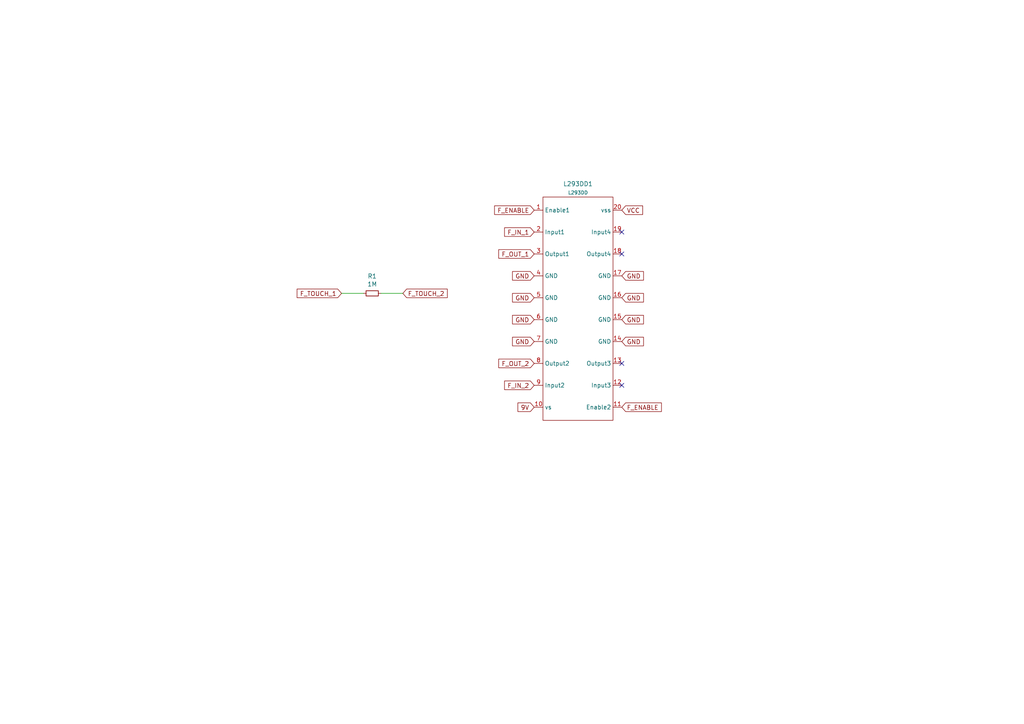
<source format=kicad_sch>
(kicad_sch (version 20211123) (generator eeschema)
  (paper "A4")
  (lib_symbols
    (symbol "Device:R_Small" (pin_numbers hide) (pin_names (offset 0.254) hide)
      (property "Reference" "R" (at 0.762 0.508 0))
      (property "Value" "R_Small" (at 0.762 -1.016 0))
      (symbol "R_Small_0_1"
        (rectangle (start -0.762 1.778) (end 0.762 -1.778) (stroke (width 0.2032)))
      )
      (symbol "R_Small_1_1"
        (pin passive line (at 0 2.54 270) (length 0.762) (name "~") (number "1"))
        (pin passive line (at 0 -2.54 90) (length 0.762) (name "~") (number "2"))
      )
    )
    (symbol "Driver_Motor:L293DD"
      (property "Reference" "U" (at 0 0 0))
      (property "Value" "L293DD" (at -1.27 34.29 0))
      (symbol "L293DD_0_1"
        (rectangle (start -10.16 30.48) (end 10.16 -34.29))
      )
      (symbol "L293DD_1_1"
        (pin input line (at -12.7 26.67 0) (length 2.54) (name "Enable1") (number "1"))
        (pin power_in line (at -12.7 -30.48 0) (length 2.54) (name "vs") (number "10"))
        (pin input line (at 12.7 -30.48 180) (length 2.54) (name "Enable2") (number "11"))
        (pin input line (at 12.7 -24.13 180) (length 2.54) (name "Input3") (number "12"))
        (pin output line (at 12.7 -17.78 180) (length 2.54) (name "Output3") (number "13"))
        (pin power_in line (at 12.7 -11.43 180) (length 2.54) (name "GND") (number "14"))
        (pin power_in line (at 12.7 -5.08 180) (length 2.54) (name "GND") (number "15"))
        (pin power_in line (at 12.7 1.27 180) (length 2.54) (name "GND") (number "16"))
        (pin power_in line (at 12.7 7.62 180) (length 2.54) (name "GND") (number "17"))
        (pin output line (at 12.7 13.97 180) (length 2.54) (name "Output4") (number "18"))
        (pin input line (at 12.7 20.32 180) (length 2.54) (name "Input4") (number "19"))
        (pin input line (at -12.7 20.32 0) (length 2.54) (name "Input1") (number "2"))
        (pin power_in line (at 12.7 26.67 180) (length 2.54) (name "vss") (number "20"))
        (pin output line (at -12.7 13.97 0) (length 2.54) (name "Output1") (number "3"))
        (pin power_in line (at -12.7 7.62 0) (length 2.54) (name "GND") (number "4"))
        (pin power_in line (at -12.7 1.27 0) (length 2.54) (name "GND") (number "5"))
        (pin power_in line (at -12.7 -5.08 0) (length 2.54) (name "GND") (number "6"))
        (pin power_in line (at -12.7 -11.43 0) (length 2.54) (name "GND") (number "7"))
        (pin output line (at -12.7 -17.78 0) (length 2.54) (name "Output2") (number "8"))
        (pin input line (at -12.7 -24.13 0) (length 2.54) (name "Input2") (number "9"))
      )
    )
  )
  (no_connect (at 180.34 111.76))
  (no_connect (at 180.34 67.31))
  (no_connect (at 180.34 73.66))
  (no_connect (at 180.34 105.41))
  (wire (pts (xy 110.49 85.09) (xy 116.84 85.09)))
  (wire (pts (xy 99.06 85.09) (xy 105.41 85.09)))
  (global_label "F_ENABLE" (shape input) (at 154.94 60.96 180) (property "Intersheet References" "${INTERSHEET_REFS}" (effects hide)))
  (global_label "F_OUT_1" (shape input) (at 154.94 73.66 180) (property "Intersheet References" "${INTERSHEET_REFS}" (effects hide)))
  (global_label "F_IN_1" (shape input) (at 154.94 67.31 180) (property "Intersheet References" "${INTERSHEET_REFS}" (effects hide)))
  (global_label "F_TOUCH_2" (shape input) (at 116.84 85.09 0) (property "Intersheet References" "${INTERSHEET_REFS}" (effects hide)))
  (global_label "GND" (shape input) (at 154.94 92.71 180) (property "Intersheet References" "${INTERSHEET_REFS}" (effects hide)))
  (global_label "F_OUT_2" (shape input) (at 154.94 105.41 180) (property "Intersheet References" "${INTERSHEET_REFS}" (effects hide)))
  (global_label "GND" (shape input) (at 180.34 92.71 0) (property "Intersheet References" "${INTERSHEET_REFS}" (effects hide)))
  (global_label "F_TOUCH_1" (shape input) (at 99.06 85.09 180) (property "Intersheet References" "${INTERSHEET_REFS}" (effects hide)))
  (global_label "GND" (shape input) (at 154.94 99.06 180) (property "Intersheet References" "${INTERSHEET_REFS}" (effects hide)))
  (global_label "F_ENABLE" (shape input) (at 180.34 118.11 0) (property "Intersheet References" "${INTERSHEET_REFS}" (effects hide)))
  (global_label "9V" (shape input) (at 154.94 118.11 180) (property "Intersheet References" "${INTERSHEET_REFS}" (effects hide)))
  (global_label "GND" (shape input) (at 180.34 86.36 0) (property "Intersheet References" "${INTERSHEET_REFS}" (effects hide)))
  (global_label "GND" (shape input) (at 154.94 80.01 180) (property "Intersheet References" "${INTERSHEET_REFS}" (effects hide)))
  (global_label "F_IN_2" (shape input) (at 154.94 111.76 180) (property "Intersheet References" "${INTERSHEET_REFS}" (effects hide)))
  (global_label "GND" (shape input) (at 154.94 86.36 180) (property "Intersheet References" "${INTERSHEET_REFS}" (effects hide)))
  (global_label "GND" (shape input) (at 180.34 80.01 0) (property "Intersheet References" "${INTERSHEET_REFS}" (effects hide)))
  (global_label "GND" (shape input) (at 180.34 99.06 0) (property "Intersheet References" "${INTERSHEET_REFS}" (effects hide)))
  (global_label "VCC" (shape input) (at 180.34 60.96 0) (property "Intersheet References" "${INTERSHEET_REFS}" (effects hide)))
  (symbol (lib_id "Device:R_Small") (at 107.95 85.09 270) (unit 1)
    (property "Reference" "R1" (at 107.95 80.1116 90))
    (property "Value" "1M" (at 107.95 82.423 90))
    (property "Footprint" "Resistor_SMD:R_0603_1608Metric" (effects hide))
    (property "LCSC Part Number" "C22935" (effects hide))
    (property "LCSC" "C22935" (effects hide))
    (property "LCSC Part #" "C22935" (effects hide))
    (property "LCSC Part" "C22935" (effects hide))
  )
  (symbol (lib_id "Driver_Motor:L293DD") (at 167.64 87.63 0) (unit 1)
    (property "Reference" "L293DD1" (at 167.64 53.34 0))
    (property "Value" "L293DD" (at 167.64 55.88 0) (effects (font (size 1 1))))
    (property "Footprint" "Package_SO:SOP-20_7.5x12.8mm_P1.27mm" (effects hide))
    (property "Datasheet" "https://jlcpcb.com/partdetail/Gcore-L293DD/C5199946#:~:text=Datasheet-,Download,-Source" (effects hide))
    (property "LCSC" "C5199946" (effects hide))
    (property "LCSC Part Number" "C5199946" (effects hide))
    (property "LCSC Part #" "C5199946" (effects hide))
    (property "LCSC Part" "C5199946" (effects hide))
  )
)
</source>
